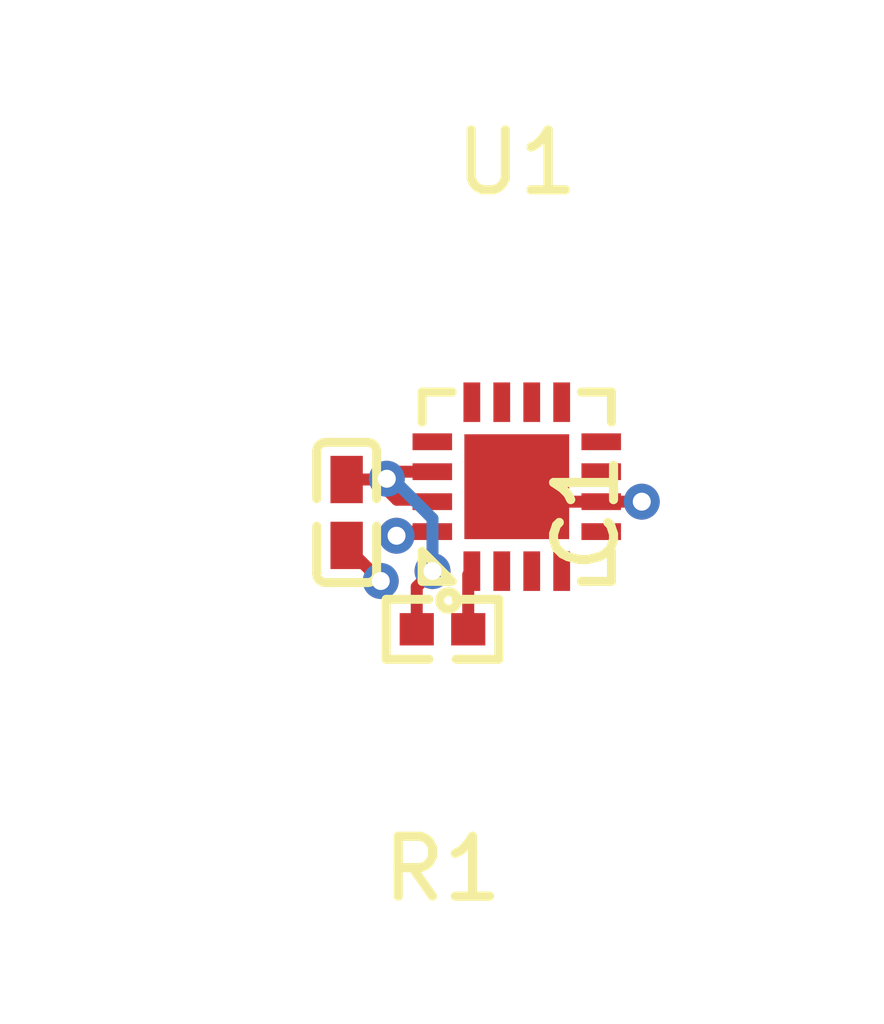
<source format=kicad_pcb>
(kicad_pcb (version 20241229) (generator "pcbnew") (generator_version "9.0")
  (layers (0 "F.Cu" signal) (2 "B.Cu" signal) (13 "F.Paste" user) (15 "B.Paste" user) (5 "F.SilkS" user "F.Silkscreen") (7 "B.SilkS" user "B.Silkscreen") (1 "F.Mask" user) (3 "B.Mask" user) (25 "Edge.Cuts" user))
  (net 0 "")
  (net 1 "line")
  (net 2 "line-4")
  (net 3 "line-1")
  (net 4 "line-3")
  (net 5 "line-5")
  (net 6 "line-7")
  (net 7 "line-6")
  (net 8 "line-2")
  (net 9 "INT")
  (net 10 "SCL")
  (net 11 "SDA")
  (net 12 "RESET")
  (net 13 "ADDR")
  (net 14 "gnd")
  (net 15 "VCCI")
  (footprint "atopile:R0402-56259e" (layer "F.Cu") (at 173.79 98.09 180)
    (property "Reference" "R1" (at 0 -4 0) (layer "F.SilkS") (hide no))
    (property "Value" "10kΩ ±1% 62.5mW")
    (fp_line (start 0.94 0.5) (end 0.94 -0.5) (stroke (width 0.15)) (layer "F.SilkS"))
    (fp_line (start 0.94 -0.5) (end 0.23 -0.5) (stroke (width 0.15)) (layer "F.SilkS"))
    (fp_line (start 0.23 0.5) (end 0.94 0.5) (stroke (width 0.15)) (layer "F.SilkS"))
    (fp_line (start -0.23 0.5) (end -0.94 0.5) (stroke (width 0.15)) (layer "F.SilkS"))
    (fp_line (start -0.94 0.5) (end -0.94 -0.5) (stroke (width 0.15)) (layer "F.SilkS"))
    (fp_line (start -0.94 -0.5) (end -0.23 -0.5) (stroke (width 0.15)) (layer "F.SilkS"))
    (fp_text user "${REFERENCE}" (at 0 -4 0) (layer "F.SilkS"))
    (pad "1" smd rect (at -0.43 0 180) (size 0.57 0.54) (layers "F.Cu" "F.Mask" "F.Paste") (net 12 "RESET"))
    (pad "2" smd rect (at 0.43 0 180) (size 0.57 0.54) (layers "F.Cu" "F.Mask" "F.Paste") (net 15 "VCCI"))
  )
  (footprint "atopile:QFN-16_L3.0-W3.0-P0.50-BL-EP1.7-3a4c56" (layer "F.Cu") (at 175.03 95.71 0)
    (property "Reference" "U1" (at 0 -5.41 0) (layer "F.SilkS") (hide no))
    (property "Value" "")
    (fp_line (start -1.58 -1.58) (end -1.08 -1.58) (stroke (width 0.15)) (layer "F.SilkS"))
    (fp_line (start -1.58 -1.08) (end -1.58 -1.58) (stroke (width 0.15)) (layer "F.SilkS"))
    (fp_line (start -1.58 1.08) (end -1.58 1.58) (stroke (width 0.15)) (layer "F.SilkS"))
    (fp_line (start -1.58 1.58) (end -1.08 1.58) (stroke (width 0.15)) (layer "F.SilkS"))
    (fp_line (start -1.08 1.58) (end -1.58 1.08) (stroke (width 0.15)) (layer "F.SilkS"))
    (fp_line (start 1.58 -1.58) (end 1.08 -1.58) (stroke (width 0.15)) (layer "F.SilkS"))
    (fp_line (start 1.58 -1.08) (end 1.58 -1.58) (stroke (width 0.15)) (layer "F.SilkS"))
    (fp_line (start 1.58 1.08) (end 1.58 1.58) (stroke (width 0.15)) (layer "F.SilkS"))
    (fp_line (start 1.58 1.58) (end 1.08 1.58) (stroke (width 0.15)) (layer "F.SilkS"))
    (fp_circle (center -1.14 1.9) (end -1.07 1.9) (stroke (width 0.15)) (fill no) (layer "F.SilkS"))
    (fp_text user "${REFERENCE}" (at 0 -5.41 0) (layer "F.SilkS"))
    (pad "1" smd rect (at -0.75 1.41 0) (size 0.28 0.66) (layers "F.Cu" "F.Mask" "F.Paste") (net 12 "RESET"))
    (pad "2" smd rect (at -0.25 1.41 0) (size 0.28 0.66) (layers "F.Cu" "F.Mask" "F.Paste") (net 6 "line-7"))
    (pad "3" smd rect (at 0.25 1.41 0) (size 0.28 0.66) (layers "F.Cu" "F.Mask" "F.Paste") (net 1 "line"))
    (pad "4" smd rect (at 0.75 1.41 0) (size 0.28 0.66) (layers "F.Cu" "F.Mask" "F.Paste") (net 5 "line-5"))
    (pad "5" smd rect (at 1.41 0.75 0) (size 0.66 0.28) (layers "F.Cu" "F.Mask" "F.Paste") (net 3 "line-1"))
    (pad "6" smd rect (at 1.41 0.25 0) (size 0.66 0.28) (layers "F.Cu" "F.Mask" "F.Paste") (net 14 "gnd"))
    (pad "7" smd rect (at 1.41 -0.25 0) (size 0.66 0.28) (layers "F.Cu" "F.Mask" "F.Paste") (net 8 "line-2"))
    (pad "8" smd rect (at 1.41 -0.75 0) (size 0.66 0.28) (layers "F.Cu" "F.Mask" "F.Paste") (net 2 "line-4"))
    (pad "9" smd rect (at 0.75 -1.41 0) (size 0.28 0.66) (layers "F.Cu" "F.Mask" "F.Paste") (net 4 "line-3"))
    (pad "10" smd rect (at 0.25 -1.41 0) (size 0.28 0.66) (layers "F.Cu" "F.Mask" "F.Paste") (net 7 "line-6"))
    (pad "11" smd rect (at -0.25 -1.41 0) (size 0.28 0.66) (layers "F.Cu" "F.Mask" "F.Paste") (net 9 "INT"))
    (pad "12" smd rect (at -0.75 -1.41 0) (size 0.28 0.66) (layers "F.Cu" "F.Mask" "F.Paste") (net 10 "SCL"))
    (pad "13" smd rect (at -1.41 -0.75 0) (size 0.66 0.28) (layers "F.Cu" "F.Mask" "F.Paste") (net 11 "SDA"))
    (pad "14" smd rect (at -1.41 -0.25 0) (size 0.66 0.28) (layers "F.Cu" "F.Mask" "F.Paste") (net 15 "VCCI"))
    (pad "15" smd rect (at -1.41 0.25 0) (size 0.66 0.28) (layers "F.Cu" "F.Mask" "F.Paste") (net 15 "VCCI"))
    (pad "16" smd rect (at -1.41 0.75 0) (size 0.66 0.28) (layers "F.Cu" "F.Mask" "F.Paste") (net 13 "ADDR"))
    (pad "17" smd rect (at 0 0 0) (size 1.75 1.75) (layers "F.Cu" "F.Mask" "F.Paste") (net 14 "gnd"))
  )
  (footprint "atopile:C0402-b3ef17" (layer "F.Cu") (at 172.19 96.14 -90)
    (property "Reference" "C1" (at 0 -4 90) (layer "F.SilkS") (hide no))
    (property "Value" "100nF ±10% 16V X7R")
    (fp_line (start -0.23 0.5) (end -1.02 0.5) (stroke (width 0.15)) (layer "F.SilkS"))
    (fp_line (start 0.23 0.5) (end 1.02 0.5) (stroke (width 0.15)) (layer "F.SilkS"))
    (fp_line (start -1.17 0.35) (end -1.17 -0.35) (stroke (width 0.15)) (layer "F.SilkS"))
    (fp_line (start 1.17 0.35) (end 1.17 -0.35) (stroke (width 0.15)) (layer "F.SilkS"))
    (fp_line (start -1.02 -0.5) (end -0.23 -0.5) (stroke (width 0.15)) (layer "F.SilkS"))
    (fp_line (start 1.02 -0.5) (end 0.23 -0.5) (stroke (width 0.15)) (layer "F.SilkS"))
    (fp_arc (start -1.02 0.5) (mid -1.126066 0.456066) (end -1.17 0.35) (stroke (width 0.15)) (layer "F.SilkS"))
    (fp_arc (start 1.17 0.35) (mid 1.126066 0.456066) (end 1.02 0.5) (stroke (width 0.15)) (layer "F.SilkS"))
    (fp_arc (start -1.17 -0.35) (mid -1.126066 -0.456066) (end -1.02 -0.5) (stroke (width 0.15)) (layer "F.SilkS"))
    (fp_arc (start 1.02 -0.5) (mid 1.126066 -0.456066) (end 1.17 -0.35) (stroke (width 0.15)) (layer "F.SilkS"))
    (fp_text user "${REFERENCE}" (at 0 -4 90) (layer "F.SilkS"))
    (pad "1" smd rect (at -0.55 0 270) (size 0.79 0.54) (layers "F.Cu" "F.Mask" "F.Paste") (net 15 "VCCI"))
    (pad "2" smd rect (at 0.55 0 270) (size 0.79 0.54) (layers "F.Cu" "F.Mask" "F.Paste") (net 14 "gnd"))
  )
  (via (at 173.023184 96.528748) (size 0.6) (drill 0.3) (layers "F.Cu" "B.Cu") (net 13))
  (via (at 177.116989 95.959999) (size 0.6) (drill 0.3) (layers "F.Cu" "B.Cu") (net 14))
  (via (at 172.7595 97.284046) (size 0.6) (drill 0.3) (layers "F.Cu" "B.Cu") (net 14))
  (via (at 172.860393 95.57741) (size 0.6) (drill 0.3) (layers "F.Cu" "B.Cu") (net 15))
  (via (at 173.623184 97.118261) (size 0.6) (drill 0.3) (layers "F.Cu" "B.Cu") (net 15))
  (segment (start 174.22 97.18) (end 174.28 97.12) (width 0.2) (net 12) (layer "F.Cu"))
  (segment (start 174.22 98.09) (end 174.22 97.18) (width 0.2) (net 12) (layer "F.Cu"))
  (segment (start 173.091932 96.46) (end 173.023184 96.528748) (width 0.2) (net 13) (layer "F.Cu"))
  (segment (start 173.62 96.46) (end 173.091932 96.46) (width 0.2) (net 13) (layer "F.Cu"))
  (segment (start 176.44 95.96) (end 177.116989 95.959999) (width 0.2) (net 14) (layer "F.Cu"))
  (segment (start 175.28 95.96) (end 175.03 95.71) (width 0.2) (net 14) (layer "F.Cu"))
  (segment (start 172.19 96.714546) (end 172.7595 97.284046) (width 0.2) (net 14) (layer "F.Cu"))
  (segment (start 176.44 95.96) (end 175.28 95.96) (width 0.2) (net 14) (layer "F.Cu"))
  (segment (start 172.19 96.69) (end 172.19 96.714546) (width 0.2) (net 14) (layer "F.Cu"))
  (segment (start 172.860393 95.57741) (end 172.96154 95.476263) (width 0.2) (net 15) (layer "F.Cu"))
  (segment (start 172.96154 95.476263) (end 172.963737 95.476263) (width 0.2) (net 15) (layer "F.Cu"))
  (segment (start 172.860393 95.57741) (end 172.860393 95.58223) (width 0.2) (net 15) (layer "F.Cu"))
  (segment (start 173.027749 95.927748) (end 173.587748 95.927748) (width 0.2) (net 15) (layer "F.Cu"))
  (segment (start 172.860393 95.58223) (end 172.852623 95.59) (width 0.2) (net 15) (layer "F.Cu"))
  (segment (start 172.963737 95.476263) (end 172.98 95.46) (width 0.2) (net 15) (layer "F.Cu"))
  (segment (start 172.860393 95.57741) (end 172.86672 95.583737) (width 0.2) (net 15) (layer "F.Cu"))
  (segment (start 173.36 98.09) (end 173.36 97.381445) (width 0.2) (net 15) (layer "F.Cu"))
  (segment (start 172.86672 95.76672) (end 173.027749 95.927748) (width 0.2) (net 15) (layer "F.Cu"))
  (segment (start 172.86672 95.583737) (end 172.86672 95.76672) (width 0.2) (net 15) (layer "F.Cu"))
  (segment (start 172.98 95.46) (end 173.62 95.46) (width 0.2) (net 15) (layer "F.Cu"))
  (segment (start 173.587748 95.927748) (end 173.62 95.96) (width 0.2) (net 15) (layer "F.Cu"))
  (segment (start 172.852623 95.59) (end 172.19 95.59) (width 0.2) (net 15) (layer "F.Cu"))
  (segment (start 173.36 97.381445) (end 173.623184 97.118261) (width 0.2) (net 15) (layer "F.Cu"))
  (segment (start 172.963737 95.583737) (end 173.623184 96.243184) (width 0.2) (net 15) (layer "B.Cu"))
  (segment (start 173.623184 96.243184) (end 173.623184 97.118261) (width 0.2) (net 15) (layer "B.Cu"))
  (segment (start 172.860393 95.57741) (end 172.86672 95.583737) (width 0.2) (net 15) (layer "B.Cu"))
  (segment (start 172.86672 95.583737) (end 172.963737 95.583737) (width 0.2) (net 15) (layer "B.Cu"))
)
</source>
